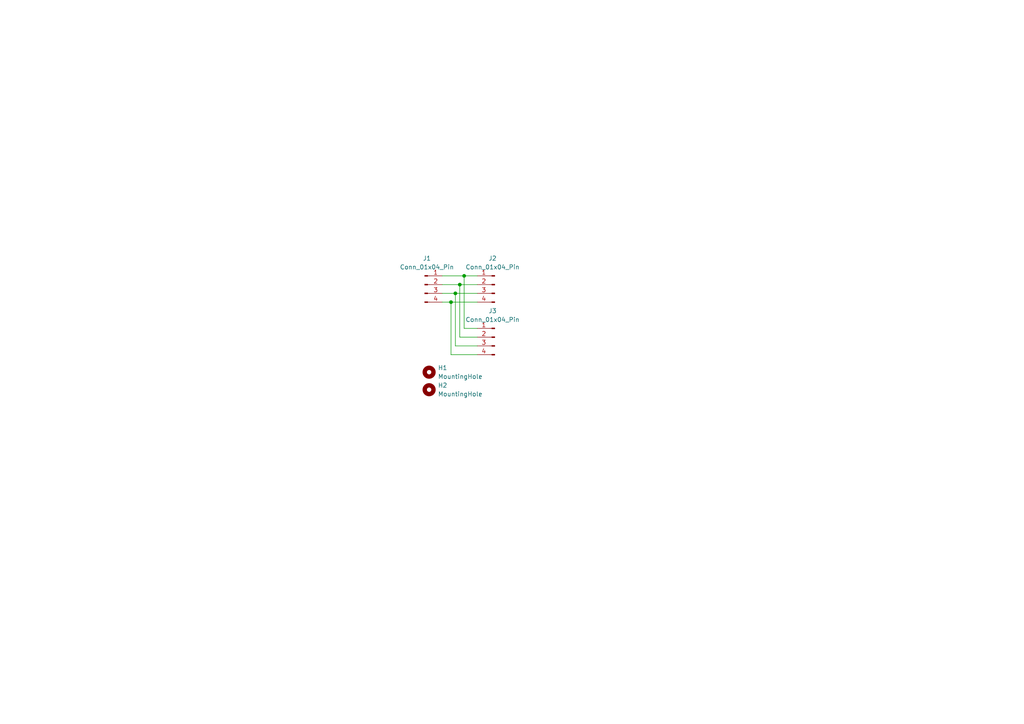
<source format=kicad_sch>
(kicad_sch (version 20230121) (generator eeschema)
  (paper "A4")
  (lib_symbols
    (symbol "Connector:Conn_01x04_Pin" (pin_names (offset 1.016) hide)
      (property "Reference" "J" (at 0 5.08 0))
      (property "Value" "Conn_01x04_Pin" (at 0 -7.62 0))
      (symbol "Conn_01x04_Pin_1_1"
        (polyline (pts (xy 1.27 -5.08) (xy 0.8636 -5.08)) (stroke (width 0.1524)))
        (polyline (pts (xy 1.27 -2.54) (xy 0.8636 -2.54)) (stroke (width 0.1524)))
        (polyline (pts (xy 1.27 0) (xy 0.8636 0)) (stroke (width 0.1524)))
        (polyline (pts (xy 1.27 2.54) (xy 0.8636 2.54)) (stroke (width 0.1524)))
        (rectangle (start 0.8636 -4.953) (end 0 -5.207) (stroke (width 0.1524)) (fill (type outline)))
        (rectangle (start 0.8636 -2.413) (end 0 -2.667) (stroke (width 0.1524)) (fill (type outline)))
        (rectangle (start 0.8636 0.127) (end 0 -0.127) (stroke (width 0.1524)) (fill (type outline)))
        (rectangle (start 0.8636 2.667) (end 0 2.413) (stroke (width 0.1524)) (fill (type outline)))
        (pin passive line (at 5.08 2.54 180) (length 3.81) (name "Pin_1") (number "1"))
        (pin passive line (at 5.08 0 180) (length 3.81) (name "Pin_2") (number "2"))
        (pin passive line (at 5.08 -2.54 180) (length 3.81) (name "Pin_3") (number "3"))
        (pin passive line (at 5.08 -5.08 180) (length 3.81) (name "Pin_4") (number "4"))
      )
    )
    (symbol "Mechanical:MountingHole" (pin_names (offset 1.016))
      (property "Reference" "H" (at 0 5.08 0))
      (property "Value" "MountingHole" (at 0 3.175 0))
      (symbol "MountingHole_0_1"
        (circle (center 0 0) (radius 1.27) (stroke (width 1.27)))
      )
    )
  )
  (junction (at 130.81 87.63))
  (junction (at 133.35 82.55))
  (junction (at 132.08 85.09))
  (junction (at 134.62 80.01))
  (wire (pts (xy 133.35 97.79) (xy 133.35 82.55)))
  (wire (pts (xy 134.62 80.01) (xy 138.43 80.01)))
  (wire (pts (xy 138.43 102.87) (xy 130.81 102.87)))
  (wire (pts (xy 130.81 87.63) (xy 138.43 87.63)))
  (wire (pts (xy 128.27 82.55) (xy 133.35 82.55)))
  (wire (pts (xy 132.08 100.33) (xy 132.08 85.09)))
  (wire (pts (xy 138.43 95.25) (xy 134.62 95.25)))
  (wire (pts (xy 138.43 97.79) (xy 133.35 97.79)))
  (wire (pts (xy 128.27 87.63) (xy 130.81 87.63)))
  (wire (pts (xy 132.08 85.09) (xy 138.43 85.09)))
  (wire (pts (xy 134.62 95.25) (xy 134.62 80.01)))
  (wire (pts (xy 128.27 80.01) (xy 134.62 80.01)))
  (wire (pts (xy 130.81 102.87) (xy 130.81 87.63)))
  (wire (pts (xy 128.27 85.09) (xy 132.08 85.09)))
  (wire (pts (xy 133.35 82.55) (xy 138.43 82.55)))
  (wire (pts (xy 138.43 100.33) (xy 132.08 100.33)))
  (symbol (lib_id "Connector:Conn_01x04_Pin") (at 143.51 82.55 0) (mirror y) (unit 1)
    (property "Reference" "J2" (at 142.875 74.93 0))
    (property "Value" "Conn_01x04_Pin" (at 142.875 77.47 0))
    (property "Footprint" "Connector_PinHeader_2.54mm:PinHeader_1x04_P2.54mm_Vertical" (effects hide))
  )
  (symbol (lib_id "Mechanical:MountingHole") (at 124.46 107.95 0) (unit 1)
    (property "Reference" "H1" (at 127 106.68 0) (effects (justify left)))
    (property "Value" "MountingHole" (at 127 109.22 0) (effects (justify left)))
    (property "Footprint" "MountingHole:MountingHole_3.2mm_M3" (effects hide))
  )
  (symbol (lib_id "Mechanical:MountingHole") (at 124.46 113.03 0) (unit 1)
    (property "Reference" "H2" (at 127 111.76 0) (effects (justify left)))
    (property "Value" "MountingHole" (at 127 114.3 0) (effects (justify left)))
    (property "Footprint" "MountingHole:MountingHole_3.2mm_M3" (effects hide))
  )
  (symbol (lib_id "Connector:Conn_01x04_Pin") (at 123.19 82.55 0) (unit 1)
    (property "Reference" "J1" (at 123.825 74.93 0))
    (property "Value" "Conn_01x04_Pin" (at 123.825 77.47 0))
    (property "Footprint" "Connector_PinHeader_2.54mm:PinHeader_1x04_P2.54mm_Vertical" (effects hide))
  )
  (symbol (lib_id "Connector:Conn_01x04_Pin") (at 143.51 97.79 0) (mirror y) (unit 1)
    (property "Reference" "J3" (at 142.875 90.17 0))
    (property "Value" "Conn_01x04_Pin" (at 142.875 92.71 0))
    (property "Footprint" "Connector_PinHeader_2.54mm:PinHeader_1x04_P2.54mm_Vertical" (effects hide))
  )
)
</source>
